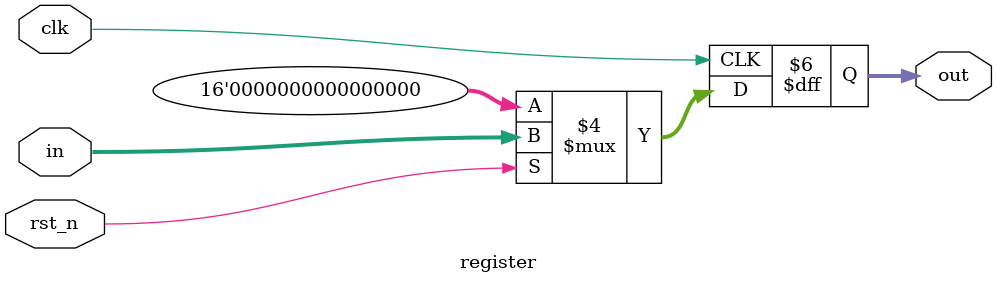
<source format=v>
module register #(parameter BIT_WIDTH = 16) (
    input clk, rst_n,
    input [BIT_WIDTH-1:0] in,
    output reg [BIT_WIDTH-1:0] out
);

always @(posedge clk) begin
    if (!rst_n) out <= 0;
    else out <= in;
end
    
endmodule
</source>
